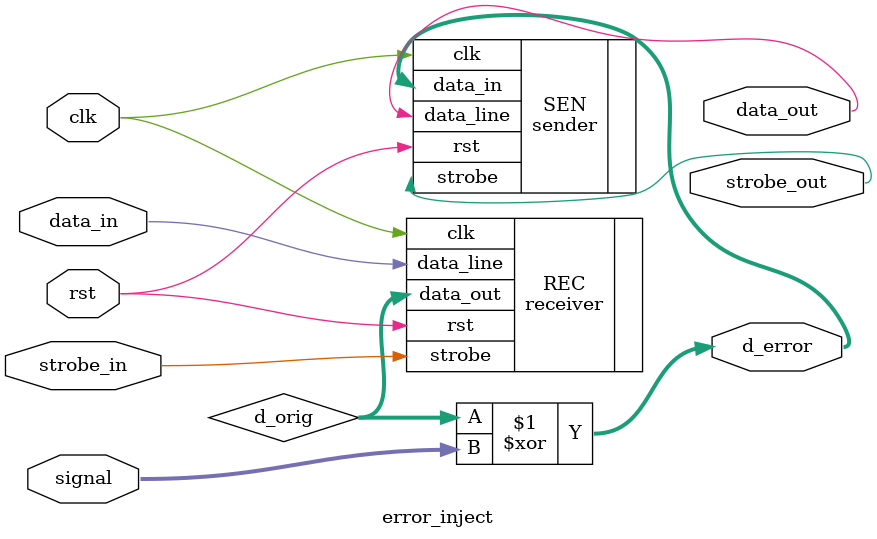
<source format=v>
module error_inject(
    input wire clk, rst,
    input wire data_in, strobe_in,
    output wire data_out, strobe_out,
    input wire [1:7] signal,
    output wire [1:7] d_error
);
    wire [1:7] d_orig;
    
    receiver REC(.clk(clk),.rst(rst),.data_line(data_in),.strobe(strobe_in),.data_out(d_orig));
    assign d_error = d_orig ^ signal;
    sender SEN(.clk(clk),.rst(rst),.data_line(data_out),.strobe(strobe_out),.data_in(d_error));
endmodule
</source>
